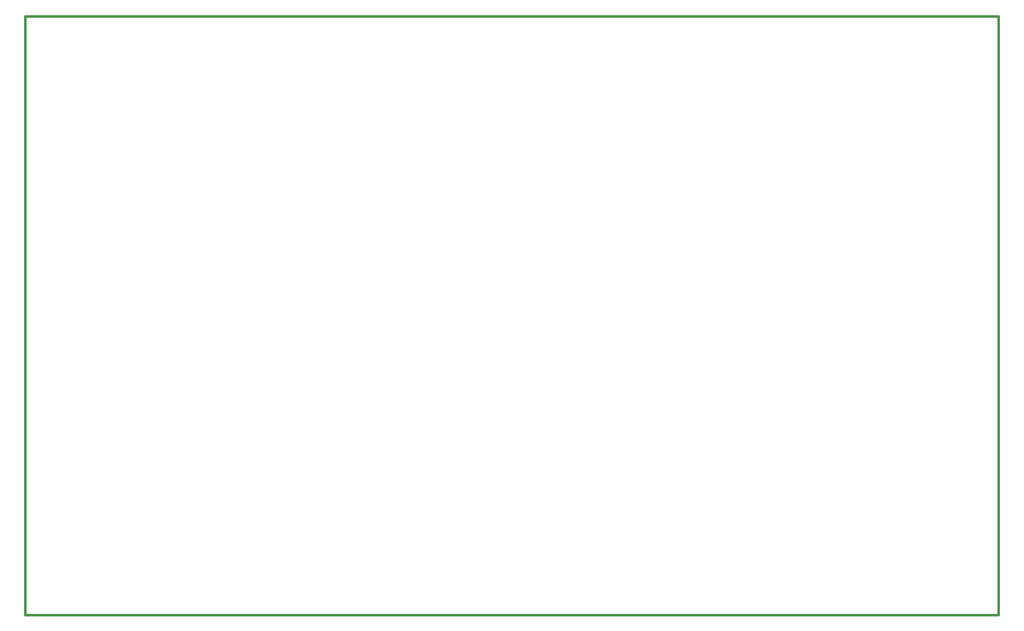
<source format=gbr>
G04*
G04 #@! TF.GenerationSoftware,Altium Limited,Altium Designer,24.1.2 (44)*
G04*
G04 Layer_Color=39423*
%FSLAX44Y44*%
%MOMM*%
G71*
G04*
G04 #@! TF.SameCoordinates,9659F079-296E-40C6-98A9-55E0524B4074*
G04*
G04*
G04 #@! TF.FilePolarity,Positive*
G04*
G01*
G75*
%ADD66C,0.3000*%
D66*
X0Y0D02*
X1300000D01*
Y800000D01*
X0D02*
X1300000D01*
X0Y0D02*
Y800000D01*
M02*

</source>
